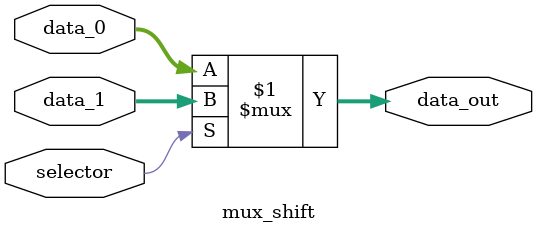
<source format=v>
/*
    MUX_SHIFT seleciona a saída a partir das entradas de:
    - Reg A
    - Reg B
*/

module mux_shift(
    input wire selector,
    input wire [31:0] data_0,
    input wire [31:0] data_1,
    output wire [31:0] data_out
);
    
    assign data_out = (selector) ? data_1 : data_0;

endmodule

</source>
